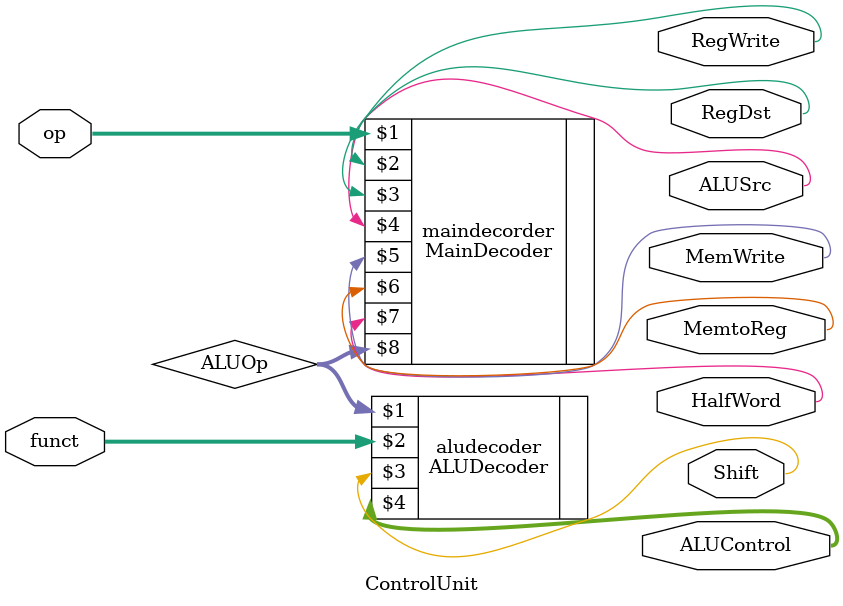
<source format=v>
module ControlUnit(op, funct, RegWrite, RegDst, ALUSrc, MemWrite, MemtoReg, HalfWord, Shift, ALUControl); 
input [5:0] op, funct; 
output RegWrite, RegDst, ALUSrc, MemWrite, MemtoReg, HalfWord, Shift; 
wire [1:0] ALUOp;
output [2:0] ALUControl;

MainDecoder maindecorder(op, RegWrite, RegDst, ALUSrc, MemWrite, MemtoReg, HalfWord, ALUOp); 

ALUDecoder aludecoder(ALUOp, funct, Shift, ALUControl); 

 endmodule

</source>
